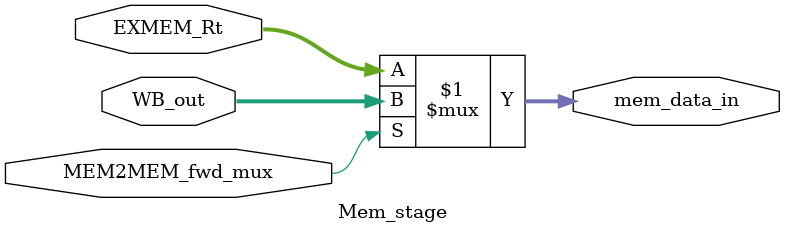
<source format=sv>
module Mem_stage(MEM2MEM_fwd_mux, WB_out, EXMEM_Rt, mem_data_in);

input MEM2MEM_fwd_mux;
input [15:0] EXMEM_Rt, WB_out;
output [15:0] mem_data_in;

//Mem_Read -> lw
//Mem_Write -> sw

assign mem_data_in =  MEM2MEM_fwd_mux ? WB_out : EXMEM_Rt;

//memory1c_ram RAM(.data_out(mem_out), .data_in(data_in), .addr(alu_out), .enable(Mem_Read | Mem_Write), .wr(Mem_Write), .clk(clk), .rst(rst));


endmodule


</source>
